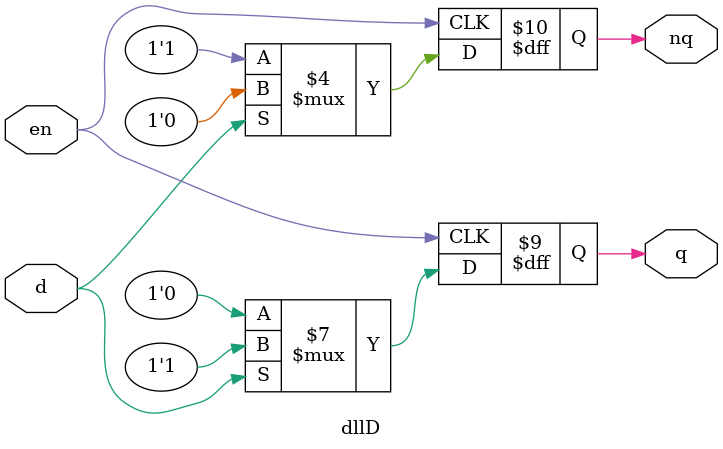
<source format=v>
`timescale 1ns / 1ps

`timescale 1ns / 1ps
//////////////////////////////////////////////////////////////////////////////////
// Company: 
// Engineer: 
// 
// Create Date: 2020/11/13 15:07:41
// Design Name: 
// Module Name: rs_flipflop
// Project Name: 
// Target Devices: 
// Tool Versions: 
// Description: 
// 
// Dependencies: 
// 
// Revision:
// Revision 0.01 - File Created
// Additional Comments:
// 
//////////////////////////////////////////////////////////////////////////////////

module dllD(d, q, nq, en);
input d, en;
output q, nq;
reg q, nq;

always@(posedge en) begin
    if (d == 0) begin
    q <= 0; nq <= 1; end
    else begin
    q <= 1; nq <= 0; end
end
endmodule
</source>
